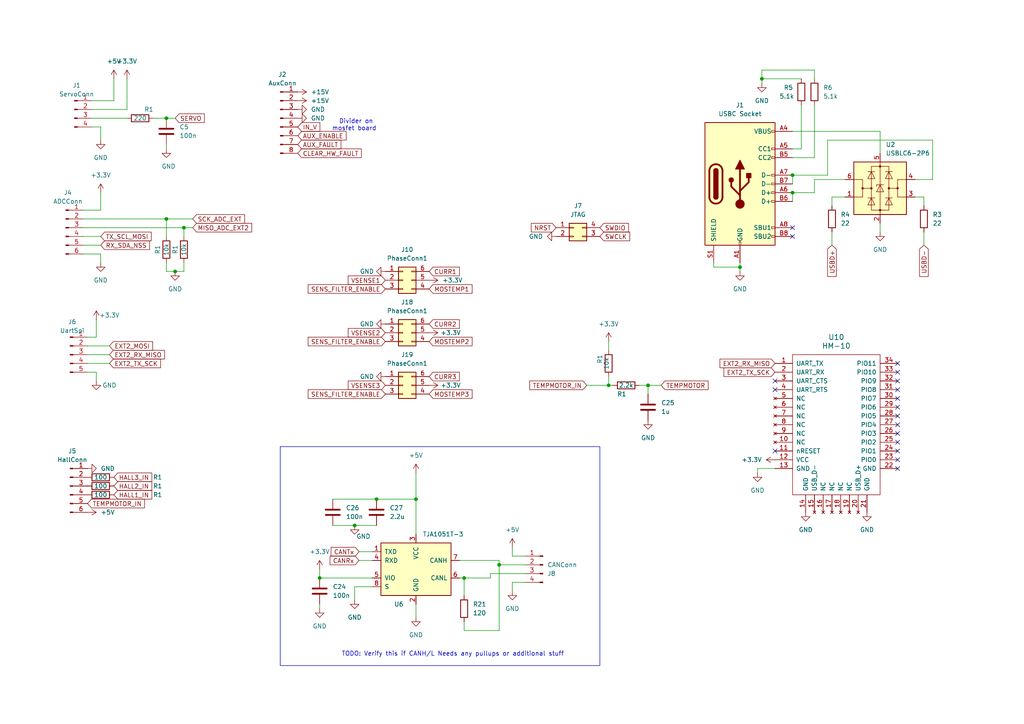
<source format=kicad_sch>
(kicad_sch (version 20230121) (generator eeschema)
  (paper "A4")
  (lib_symbols
    (symbol "Connector:Conn_01x04_Pin" (pin_names (offset 1.016) hide)
      (property "Reference" "J" (at 0 5.08 0))
      (property "Value" "Conn_01x04_Pin" (at 0 -7.62 0))
      (symbol "Conn_01x04_Pin_1_1"
        (polyline (pts (xy 1.27 -5.08) (xy 0.8636 -5.08)) (stroke (width 0.1524)))
        (polyline (pts (xy 1.27 -2.54) (xy 0.8636 -2.54)) (stroke (width 0.1524)))
        (polyline (pts (xy 1.27 0) (xy 0.8636 0)) (stroke (width 0.1524)))
        (polyline (pts (xy 1.27 2.54) (xy 0.8636 2.54)) (stroke (width 0.1524)))
        (rectangle (start 0.8636 -4.953) (end 0 -5.207) (stroke (width 0.1524)) (fill (type outline)))
        (rectangle (start 0.8636 -2.413) (end 0 -2.667) (stroke (width 0.1524)) (fill (type outline)))
        (rectangle (start 0.8636 0.127) (end 0 -0.127) (stroke (width 0.1524)) (fill (type outline)))
        (rectangle (start 0.8636 2.667) (end 0 2.413) (stroke (width 0.1524)) (fill (type outline)))
        (pin passive line (at 5.08 2.54 180) (length 3.81) (name "Pin_1") (number "1"))
        (pin passive line (at 5.08 0 180) (length 3.81) (name "Pin_2") (number "2"))
        (pin passive line (at 5.08 -2.54 180) (length 3.81) (name "Pin_3") (number "3"))
        (pin passive line (at 5.08 -5.08 180) (length 3.81) (name "Pin_4") (number "4"))
      )
    )
    (symbol "Connector:Conn_01x05_Pin" (pin_names (offset 1.016) hide)
      (property "Reference" "J" (at 0 7.62 0))
      (property "Value" "Conn_01x05_Pin" (at 0 -7.62 0))
      (symbol "Conn_01x05_Pin_1_1"
        (polyline (pts (xy 1.27 -5.08) (xy 0.8636 -5.08)) (stroke (width 0.1524)))
        (polyline (pts (xy 1.27 -2.54) (xy 0.8636 -2.54)) (stroke (width 0.1524)))
        (polyline (pts (xy 1.27 0) (xy 0.8636 0)) (stroke (width 0.1524)))
        (polyline (pts (xy 1.27 2.54) (xy 0.8636 2.54)) (stroke (width 0.1524)))
        (polyline (pts (xy 1.27 5.08) (xy 0.8636 5.08)) (stroke (width 0.1524)))
        (rectangle (start 0.8636 -4.953) (end 0 -5.207) (stroke (width 0.1524)) (fill (type outline)))
        (rectangle (start 0.8636 -2.413) (end 0 -2.667) (stroke (width 0.1524)) (fill (type outline)))
        (rectangle (start 0.8636 0.127) (end 0 -0.127) (stroke (width 0.1524)) (fill (type outline)))
        (rectangle (start 0.8636 2.667) (end 0 2.413) (stroke (width 0.1524)) (fill (type outline)))
        (rectangle (start 0.8636 5.207) (end 0 4.953) (stroke (width 0.1524)) (fill (type outline)))
        (pin passive line (at 5.08 5.08 180) (length 3.81) (name "Pin_1") (number "1"))
        (pin passive line (at 5.08 2.54 180) (length 3.81) (name "Pin_2") (number "2"))
        (pin passive line (at 5.08 0 180) (length 3.81) (name "Pin_3") (number "3"))
        (pin passive line (at 5.08 -2.54 180) (length 3.81) (name "Pin_4") (number "4"))
        (pin passive line (at 5.08 -5.08 180) (length 3.81) (name "Pin_5") (number "5"))
      )
    )
    (symbol "Connector:Conn_01x06_Pin" (pin_names (offset 1.016) hide)
      (property "Reference" "J" (at 0 7.62 0))
      (property "Value" "Conn_01x06_Pin" (at 0 -10.16 0))
      (symbol "Conn_01x06_Pin_1_1"
        (polyline (pts (xy 1.27 -7.62) (xy 0.8636 -7.62)) (stroke (width 0.1524)))
        (polyline (pts (xy 1.27 -5.08) (xy 0.8636 -5.08)) (stroke (width 0.1524)))
        (polyline (pts (xy 1.27 -2.54) (xy 0.8636 -2.54)) (stroke (width 0.1524)))
        (polyline (pts (xy 1.27 0) (xy 0.8636 0)) (stroke (width 0.1524)))
        (polyline (pts (xy 1.27 2.54) (xy 0.8636 2.54)) (stroke (width 0.1524)))
        (polyline (pts (xy 1.27 5.08) (xy 0.8636 5.08)) (stroke (width 0.1524)))
        (rectangle (start 0.8636 -7.493) (end 0 -7.747) (stroke (width 0.1524)) (fill (type outline)))
        (rectangle (start 0.8636 -4.953) (end 0 -5.207) (stroke (width 0.1524)) (fill (type outline)))
        (rectangle (start 0.8636 -2.413) (end 0 -2.667) (stroke (width 0.1524)) (fill (type outline)))
        (rectangle (start 0.8636 0.127) (end 0 -0.127) (stroke (width 0.1524)) (fill (type outline)))
        (rectangle (start 0.8636 2.667) (end 0 2.413) (stroke (width 0.1524)) (fill (type outline)))
        (rectangle (start 0.8636 5.207) (end 0 4.953) (stroke (width 0.1524)) (fill (type outline)))
        (pin passive line (at 5.08 5.08 180) (length 3.81) (name "Pin_1") (number "1"))
        (pin passive line (at 5.08 2.54 180) (length 3.81) (name "Pin_2") (number "2"))
        (pin passive line (at 5.08 0 180) (length 3.81) (name "Pin_3") (number "3"))
        (pin passive line (at 5.08 -2.54 180) (length 3.81) (name "Pin_4") (number "4"))
        (pin passive line (at 5.08 -5.08 180) (length 3.81) (name "Pin_5") (number "5"))
        (pin passive line (at 5.08 -7.62 180) (length 3.81) (name "Pin_6") (number "6"))
      )
    )
    (symbol "Connector:Conn_01x08_Pin" (pin_names (offset 1.016) hide)
      (property "Reference" "J" (at 0 10.16 0))
      (property "Value" "Conn_01x08_Pin" (at 0 -12.7 0))
      (symbol "Conn_01x08_Pin_1_1"
        (polyline (pts (xy 1.27 -10.16) (xy 0.8636 -10.16)) (stroke (width 0.1524)))
        (polyline (pts (xy 1.27 -7.62) (xy 0.8636 -7.62)) (stroke (width 0.1524)))
        (polyline (pts (xy 1.27 -5.08) (xy 0.8636 -5.08)) (stroke (width 0.1524)))
        (polyline (pts (xy 1.27 -2.54) (xy 0.8636 -2.54)) (stroke (width 0.1524)))
        (polyline (pts (xy 1.27 0) (xy 0.8636 0)) (stroke (width 0.1524)))
        (polyline (pts (xy 1.27 2.54) (xy 0.8636 2.54)) (stroke (width 0.1524)))
        (polyline (pts (xy 1.27 5.08) (xy 0.8636 5.08)) (stroke (width 0.1524)))
        (polyline (pts (xy 1.27 7.62) (xy 0.8636 7.62)) (stroke (width 0.1524)))
        (rectangle (start 0.8636 -10.033) (end 0 -10.287) (stroke (width 0.1524)) (fill (type outline)))
        (rectangle (start 0.8636 -7.493) (end 0 -7.747) (stroke (width 0.1524)) (fill (type outline)))
        (rectangle (start 0.8636 -4.953) (end 0 -5.207) (stroke (width 0.1524)) (fill (type outline)))
        (rectangle (start 0.8636 -2.413) (end 0 -2.667) (stroke (width 0.1524)) (fill (type outline)))
        (rectangle (start 0.8636 0.127) (end 0 -0.127) (stroke (width 0.1524)) (fill (type outline)))
        (rectangle (start 0.8636 2.667) (end 0 2.413) (stroke (width 0.1524)) (fill (type outline)))
        (rectangle (start 0.8636 5.207) (end 0 4.953) (stroke (width 0.1524)) (fill (type outline)))
        (rectangle (start 0.8636 7.747) (end 0 7.493) (stroke (width 0.1524)) (fill (type outline)))
        (pin passive line (at 5.08 7.62 180) (length 3.81) (name "Pin_1") (number "1"))
        (pin passive line (at 5.08 5.08 180) (length 3.81) (name "Pin_2") (number "2"))
        (pin passive line (at 5.08 2.54 180) (length 3.81) (name "Pin_3") (number "3"))
        (pin passive line (at 5.08 0 180) (length 3.81) (name "Pin_4") (number "4"))
        (pin passive line (at 5.08 -2.54 180) (length 3.81) (name "Pin_5") (number "5"))
        (pin passive line (at 5.08 -5.08 180) (length 3.81) (name "Pin_6") (number "6"))
        (pin passive line (at 5.08 -7.62 180) (length 3.81) (name "Pin_7") (number "7"))
        (pin passive line (at 5.08 -10.16 180) (length 3.81) (name "Pin_8") (number "8"))
      )
    )
    (symbol "Connector:USB_C_Receptacle_USB2.0" (pin_names (offset 1.016))
      (property "Reference" "J" (at -10.16 19.05 0))
      (property "Value" "USB_C_Receptacle_USB2.0" (at 19.05 19.05 0))
      (symbol "USB_C_Receptacle_USB2.0_0_0"
        (rectangle (start -0.254 -17.78) (end 0.254 -16.764))
        (rectangle (start 10.16 -14.986) (end 9.144 -15.494))
        (rectangle (start 10.16 -12.446) (end 9.144 -12.954))
        (rectangle (start 10.16 -4.826) (end 9.144 -5.334))
        (rectangle (start 10.16 -2.286) (end 9.144 -2.794))
        (rectangle (start 10.16 0.254) (end 9.144 -0.254))
        (rectangle (start 10.16 2.794) (end 9.144 2.286))
        (rectangle (start 10.16 7.874) (end 9.144 7.366))
        (rectangle (start 10.16 10.414) (end 9.144 9.906))
        (rectangle (start 10.16 15.494) (end 9.144 14.986))
      )
      (symbol "USB_C_Receptacle_USB2.0_0_1"
        (rectangle (start -10.16 17.78) (end 10.16 -17.78) (stroke (width 0.254)) (fill (type background)))
        (arc (start -8.89 -3.81) (mid -6.985 -5.7067) (end -5.08 -3.81) (stroke (width 0.508)))
        (arc (start -7.62 -3.81) (mid -6.985 -4.4423) (end -6.35 -3.81) (stroke (width 0.254)))
        (arc (start -7.62 -3.81) (mid -6.985 -4.4423) (end -6.35 -3.81) (stroke (width 0.254)) (fill (type outline)))
        (rectangle (start -7.62 -3.81) (end -6.35 3.81) (stroke (width 0.254)) (fill (type outline)))
        (arc (start -6.35 3.81) (mid -6.985 4.4423) (end -7.62 3.81) (stroke (width 0.254)))
        (arc (start -6.35 3.81) (mid -6.985 4.4423) (end -7.62 3.81) (stroke (width 0.254)) (fill (type outline)))
        (arc (start -5.08 3.81) (mid -6.985 5.7067) (end -8.89 3.81) (stroke (width 0.508)))
        (circle (center -2.54 1.143) (radius 0.635) (stroke (width 0.254)) (fill (type outline)))
        (circle (center 0 -5.842) (radius 1.27) (fill (type outline)))
        (polyline (pts (xy -8.89 -3.81) (xy -8.89 3.81)) (stroke (width 0.508)))
        (polyline (pts (xy -5.08 3.81) (xy -5.08 -3.81)) (stroke (width 0.508)))
        (polyline (pts (xy 0 -5.842) (xy 0 4.318)) (stroke (width 0.508)))
        (polyline (pts (xy 0 -3.302) (xy -2.54 -0.762) (xy -2.54 0.508)) (stroke (width 0.508)))
        (polyline (pts (xy 0 -2.032) (xy 2.54 0.508) (xy 2.54 1.778)) (stroke (width 0.508)))
        (polyline (pts (xy -1.27 4.318) (xy 0 6.858) (xy 1.27 4.318) (xy -1.27 4.318)) (stroke (width 0.254)) (fill (type outline)))
        (rectangle (start 1.905 1.778) (end 3.175 3.048) (stroke (width 0.254)) (fill (type outline)))
      )
      (symbol "USB_C_Receptacle_USB2.0_1_1"
        (pin passive line (at 0 -22.86 90) (length 5.08) (name "GND") (number "A1"))
        (pin passive line (at 0 -22.86 90) (length 5.08) hide (name "GND") (number "A12"))
        (pin passive line (at 15.24 15.24 180) (length 5.08) (name "VBUS") (number "A4"))
        (pin bidirectional line (at 15.24 10.16 180) (length 5.08) (name "CC1") (number "A5"))
        (pin bidirectional line (at 15.24 -2.54 180) (length 5.08) (name "D+") (number "A6"))
        (pin bidirectional line (at 15.24 2.54 180) (length 5.08) (name "D-") (number "A7"))
        (pin bidirectional line (at 15.24 -12.7 180) (length 5.08) (name "SBU1") (number "A8"))
        (pin passive line (at 15.24 15.24 180) (length 5.08) hide (name "VBUS") (number "A9"))
        (pin passive line (at 0 -22.86 90) (length 5.08) hide (name "GND") (number "B1"))
        (pin passive line (at 0 -22.86 90) (length 5.08) hide (name "GND") (number "B12"))
        (pin passive line (at 15.24 15.24 180) (length 5.08) hide (name "VBUS") (number "B4"))
        (pin bidirectional line (at 15.24 7.62 180) (length 5.08) (name "CC2") (number "B5"))
        (pin bidirectional line (at 15.24 -5.08 180) (length 5.08) (name "D+") (number "B6"))
        (pin bidirectional line (at 15.24 0 180) (length 5.08) (name "D-") (number "B7"))
        (pin bidirectional line (at 15.24 -15.24 180) (length 5.08) (name "SBU2") (number "B8"))
        (pin passive line (at 15.24 15.24 180) (length 5.08) hide (name "VBUS") (number "B9"))
        (pin passive line (at -7.62 -22.86 90) (length 5.08) (name "SHIELD") (number "S1"))
      )
    )
    (symbol "Connector_Generic:Conn_02x02_Counter_Clockwise" (pin_names (offset 1.016) hide)
      (property "Reference" "J" (at 1.27 2.54 0))
      (property "Value" "Conn_02x02_Counter_Clockwise" (at 1.27 -5.08 0))
      (symbol "Conn_02x02_Counter_Clockwise_1_1"
        (rectangle (start -1.27 -2.413) (end 0 -2.667) (stroke (width 0.1524)))
        (rectangle (start -1.27 0.127) (end 0 -0.127) (stroke (width 0.1524)))
        (rectangle (start -1.27 1.27) (end 3.81 -3.81) (stroke (width 0.254)) (fill (type background)))
        (rectangle (start 3.81 -2.413) (end 2.54 -2.667) (stroke (width 0.1524)))
        (rectangle (start 3.81 0.127) (end 2.54 -0.127) (stroke (width 0.1524)))
        (pin passive line (at -5.08 0 0) (length 3.81) (name "Pin_1") (number "1"))
        (pin passive line (at -5.08 -2.54 0) (length 3.81) (name "Pin_2") (number "2"))
        (pin passive line (at 7.62 -2.54 180) (length 3.81) (name "Pin_3") (number "3"))
        (pin passive line (at 7.62 0 180) (length 3.81) (name "Pin_4") (number "4"))
      )
    )
    (symbol "Connector_Generic:Conn_02x03_Counter_Clockwise" (pin_names (offset 1.016) hide)
      (property "Reference" "J" (at 1.27 5.08 0))
      (property "Value" "Conn_02x03_Counter_Clockwise" (at 1.27 -5.08 0))
      (symbol "Conn_02x03_Counter_Clockwise_1_1"
        (rectangle (start -1.27 -2.413) (end 0 -2.667) (stroke (width 0.1524)))
        (rectangle (start -1.27 0.127) (end 0 -0.127) (stroke (width 0.1524)))
        (rectangle (start -1.27 2.667) (end 0 2.413) (stroke (width 0.1524)))
        (rectangle (start -1.27 3.81) (end 3.81 -3.81) (stroke (width 0.254)) (fill (type background)))
        (rectangle (start 3.81 -2.413) (end 2.54 -2.667) (stroke (width 0.1524)))
        (rectangle (start 3.81 0.127) (end 2.54 -0.127) (stroke (width 0.1524)))
        (rectangle (start 3.81 2.667) (end 2.54 2.413) (stroke (width 0.1524)))
        (pin passive line (at -5.08 2.54 0) (length 3.81) (name "Pin_1") (number "1"))
        (pin passive line (at -5.08 0 0) (length 3.81) (name "Pin_2") (number "2"))
        (pin passive line (at -5.08 -2.54 0) (length 3.81) (name "Pin_3") (number "3"))
        (pin passive line (at 7.62 -2.54 180) (length 3.81) (name "Pin_4") (number "4"))
        (pin passive line (at 7.62 0 180) (length 3.81) (name "Pin_5") (number "5"))
        (pin passive line (at 7.62 2.54 180) (length 3.81) (name "Pin_6") (number "6"))
      )
    )
    (symbol "Device:C" (pin_numbers hide) (pin_names (offset 0.254))
      (property "Reference" "C" (at 0.635 2.54 0))
      (property "Value" "C" (at 0.635 -2.54 0))
      (symbol "C_0_1"
        (polyline (pts (xy -2.032 -0.762) (xy 2.032 -0.762)) (stroke (width 0.508)))
        (polyline (pts (xy -2.032 0.762) (xy 2.032 0.762)) (stroke (width 0.508)))
      )
      (symbol "C_1_1"
        (pin passive line (at 0 3.81 270) (length 2.794) (name "~") (number "1"))
        (pin passive line (at 0 -3.81 90) (length 2.794) (name "~") (number "2"))
      )
    )
    (symbol "Device:R" (pin_numbers hide) (pin_names (offset 0))
      (property "Reference" "R" (at 2.032 0 90))
      (property "Value" "R" (at 0 0 90))
      (symbol "R_0_1"
        (rectangle (start -1.016 -2.54) (end 1.016 2.54) (stroke (width 0.254)))
      )
      (symbol "R_1_1"
        (pin passive line (at 0 3.81 270) (length 1.27) (name "~") (number "1"))
        (pin passive line (at 0 -3.81 90) (length 1.27) (name "~") (number "2"))
      )
    )
    (symbol "GigaVescSymbols:HM-10" (pin_names (offset 1.016))
      (property "Reference" "U" (at -1.27 6.35 0))
      (property "Value" "HM-10" (at -1.27 2.54 0))
      (symbol "HM-10_0_1"
        (rectangle (start -13.97 21.59) (end 11.43 -19.05))
      )
      (symbol "HM-10_1_1"
        (pin output line (at -19.05 19.05 0) (length 5.08) (name "UART_TX") (number "1"))
        (pin no_connect line (at -19.05 -3.81 0) (length 5.08) (name "NC") (number "10"))
        (pin input line (at -19.05 -6.35 0) (length 5.08) (name "nRESET") (number "11"))
        (pin power_in line (at -19.05 -8.89 0) (length 5.08) (name "VCC") (number "12"))
        (pin passive line (at -19.05 -11.43 0) (length 5.08) (name "GND") (number "13"))
        (pin passive line (at -10.16 -24.13 90) (length 5.08) (name "GND") (number "14"))
        (pin no_connect line (at -7.62 -24.13 90) (length 5.08) (name "USB_D-") (number "15"))
        (pin no_connect line (at -5.08 -24.13 90) (length 5.08) (name "NC") (number "16"))
        (pin no_connect line (at -2.54 -24.13 90) (length 5.08) (name "NC") (number "17"))
        (pin no_connect line (at 0 -24.13 90) (length 5.08) (name "NC") (number "18"))
        (pin no_connect line (at 2.54 -24.13 90) (length 5.08) (name "NC") (number "19"))
        (pin input line (at -19.05 16.51 0) (length 5.08) (name "UART_RX") (number "2"))
        (pin no_connect line (at 5.08 -24.13 90) (length 5.08) (name "USB_D+") (number "20"))
        (pin passive line (at 7.62 -24.13 90) (length 5.08) (name "GND") (number "21"))
        (pin passive line (at 16.51 -11.43 180) (length 5.08) (name "GND") (number "22"))
        (pin input line (at 16.51 -8.89 180) (length 5.08) (name "PIO0") (number "23"))
        (pin bidirectional line (at 16.51 -6.35 180) (length 5.08) (name "PIO1") (number "24"))
        (pin bidirectional line (at 16.51 -3.81 180) (length 5.08) (name "PIO2") (number "25"))
        (pin bidirectional line (at 16.51 -1.27 180) (length 5.08) (name "PIO3") (number "26"))
        (pin bidirectional line (at 16.51 1.27 180) (length 5.08) (name "PIO4") (number "27"))
        (pin bidirectional line (at 16.51 3.81 180) (length 5.08) (name "PIO5") (number "28"))
        (pin bidirectional line (at 16.51 6.35 180) (length 5.08) (name "PIO6") (number "29"))
        (pin input line (at -19.05 13.97 0) (length 5.08) (name "UART_CTS") (number "3"))
        (pin bidirectional line (at 16.51 8.89 180) (length 5.08) (name "PIO7") (number "30"))
        (pin bidirectional line (at 16.51 11.43 180) (length 5.08) (name "PIO8") (number "31"))
        (pin bidirectional line (at 16.51 13.97 180) (length 5.08) (name "PIO9") (number "32"))
        (pin bidirectional line (at 16.51 16.51 180) (length 5.08) (name "PIO10") (number "33"))
        (pin bidirectional line (at 16.51 19.05 180) (length 5.08) (name "PIO11") (number "34"))
        (pin input line (at -19.05 11.43 0) (length 5.08) (name "UART_RTS") (number "4"))
        (pin no_connect line (at -19.05 8.89 0) (length 5.08) (name "NC") (number "5"))
        (pin no_connect line (at -19.05 6.35 0) (length 5.08) (name "NC") (number "6"))
        (pin no_connect line (at -19.05 3.81 0) (length 5.08) (name "NC") (number "7"))
        (pin no_connect line (at -19.05 1.27 0) (length 5.08) (name "NC") (number "8"))
        (pin no_connect line (at -19.05 -1.27 0) (length 5.08) (name "NC") (number "9"))
      )
    )
    (symbol "Interface_CAN_LIN:TJA1051T-3" (pin_names (offset 1.016))
      (property "Reference" "U" (at -10.16 8.89 0))
      (property "Value" "TJA1051T-3" (at 1.27 8.89 0))
      (symbol "TJA1051T-3_0_1"
        (rectangle (start -10.16 7.62) (end 10.16 -7.62) (stroke (width 0.254)) (fill (type background)))
      )
      (symbol "TJA1051T-3_1_1"
        (pin input line (at -12.7 5.08 0) (length 2.54) (name "TXD") (number "1"))
        (pin power_in line (at 0 -10.16 90) (length 2.54) (name "GND") (number "2"))
        (pin power_in line (at 0 10.16 270) (length 2.54) (name "VCC") (number "3"))
        (pin output line (at -12.7 2.54 0) (length 2.54) (name "RXD") (number "4"))
        (pin power_in line (at -12.7 -2.54 0) (length 2.54) (name "VIO") (number "5"))
        (pin bidirectional line (at 12.7 -2.54 180) (length 2.54) (name "CANL") (number "6"))
        (pin bidirectional line (at 12.7 2.54 180) (length 2.54) (name "CANH") (number "7"))
        (pin input line (at -12.7 -5.08 0) (length 2.54) (name "S") (number "8"))
      )
    )
    (symbol "Power_Protection:USBLC6-2P6" (pin_names hide)
      (property "Reference" "U" (at 2.54 8.89 0))
      (property "Value" "USBLC6-2P6" (at 2.54 -8.89 0))
      (symbol "USBLC6-2P6_0_1"
        (rectangle (start -7.62 -7.62) (end 7.62 7.62) (stroke (width 0.254)) (fill (type background)))
        (circle (center -5.08 0) (radius 0.254) (fill (type outline)))
        (circle (center -2.54 0) (radius 0.254) (fill (type outline)))
        (rectangle (start -2.54 6.35) (end 2.54 -6.35))
        (circle (center 0 -6.35) (radius 0.254) (fill (type outline)))
        (polyline (pts (xy -5.08 -2.54) (xy -7.62 -2.54)))
        (polyline (pts (xy -5.08 0) (xy -5.08 -2.54)))
        (polyline (pts (xy -5.08 2.54) (xy -7.62 2.54)))
        (polyline (pts (xy -1.524 -2.794) (xy -3.556 -2.794)))
        (polyline (pts (xy -1.524 4.826) (xy -3.556 4.826)))
        (polyline (pts (xy 0 -7.62) (xy 0 -6.35)))
        (polyline (pts (xy 0 -6.35) (xy 0 1.27)))
        (polyline (pts (xy 0 1.27) (xy 0 6.35)))
        (polyline (pts (xy 0 6.35) (xy 0 7.62)))
        (polyline (pts (xy 1.524 -2.794) (xy 3.556 -2.794)))
        (polyline (pts (xy 1.524 4.826) (xy 3.556 4.826)))
        (polyline (pts (xy 5.08 -2.54) (xy 7.62 -2.54)))
        (polyline (pts (xy 5.08 0) (xy 5.08 -2.54)))
        (polyline (pts (xy 5.08 2.54) (xy 7.62 2.54)))
        (polyline (pts (xy -2.54 0) (xy -5.08 0) (xy -5.08 2.54)))
        (polyline (pts (xy 2.54 0) (xy 5.08 0) (xy 5.08 2.54)))
        (polyline (pts (xy -3.556 -4.826) (xy -1.524 -4.826) (xy -2.54 -2.794) (xy -3.556 -4.826)))
        (polyline (pts (xy -3.556 2.794) (xy -1.524 2.794) (xy -2.54 4.826) (xy -3.556 2.794)))
        (polyline (pts (xy -1.016 -1.016) (xy 1.016 -1.016) (xy 0 1.016) (xy -1.016 -1.016)))
        (polyline (pts (xy 1.016 1.016) (xy 0.762 1.016) (xy -1.016 1.016) (xy -1.016 0.508)))
        (polyline (pts (xy 3.556 -4.826) (xy 1.524 -4.826) (xy 2.54 -2.794) (xy 3.556 -4.826)))
        (polyline (pts (xy 3.556 2.794) (xy 1.524 2.794) (xy 2.54 4.826) (xy 3.556 2.794)))
        (circle (center 0 6.35) (radius 0.254) (fill (type outline)))
        (circle (center 2.54 0) (radius 0.254) (fill (type outline)))
        (circle (center 5.08 0) (radius 0.254) (fill (type outline)))
      )
      (symbol "USBLC6-2P6_1_1"
        (pin passive line (at -10.16 -2.54 0) (length 2.54) (name "I/O1") (number "1"))
        (pin passive line (at 0 -10.16 90) (length 2.54) (name "GND") (number "2"))
        (pin passive line (at 10.16 -2.54 180) (length 2.54) (name "I/O2") (number "3"))
        (pin passive line (at 10.16 2.54 180) (length 2.54) (name "I/O2") (number "4"))
        (pin passive line (at 0 10.16 270) (length 2.54) (name "VBUS") (number "5"))
        (pin passive line (at -10.16 2.54 0) (length 2.54) (name "I/O1") (number "6"))
      )
    )
    (symbol "power:+15V" (power) (pin_names (offset 0))
      (property "Value" "+15V" (at 0 3.556 0))
      (symbol "+15V_0_1"
        (polyline (pts (xy -0.762 1.27) (xy 0 2.54)))
        (polyline (pts (xy 0 0) (xy 0 2.54)))
        (polyline (pts (xy 0 2.54) (xy 0.762 1.27)))
      )
      (symbol "+15V_1_1"
        (pin power_in line (at 0 0 90) (length 0) hide (name "+15V") (number "1"))
      )
    )
    (symbol "power:+3.3V" (power) (pin_names (offset 0))
      (property "Value" "+3.3V" (at 0 3.556 0))
      (symbol "+3.3V_0_1"
        (polyline (pts (xy -0.762 1.27) (xy 0 2.54)))
        (polyline (pts (xy 0 0) (xy 0 2.54)))
        (polyline (pts (xy 0 2.54) (xy 0.762 1.27)))
      )
      (symbol "+3.3V_1_1"
        (pin power_in line (at 0 0 90) (length 0) hide (name "+3.3V") (number "1"))
      )
    )
    (symbol "power:+5V" (power) (pin_names (offset 0))
      (property "Value" "+5V" (at 0 3.556 0))
      (symbol "+5V_0_1"
        (polyline (pts (xy -0.762 1.27) (xy 0 2.54)))
        (polyline (pts (xy 0 0) (xy 0 2.54)))
        (polyline (pts (xy 0 2.54) (xy 0.762 1.27)))
      )
      (symbol "+5V_1_1"
        (pin power_in line (at 0 0 90) (length 0) hide (name "+5V") (number "1"))
      )
    )
    (symbol "power:GND" (power) (pin_names (offset 0))
      (property "Value" "GND" (at 0 -3.81 0))
      (symbol "GND_0_1"
        (polyline (pts (xy 0 0) (xy 0 -1.27) (xy 1.27 -1.27) (xy 0 -2.54) (xy -1.27 -1.27) (xy 0 -1.27)))
      )
      (symbol "GND_1_1"
        (pin power_in line (at 0 0 270) (length 0) hide (name "GND") (number "1"))
      )
    )
  )
  (junction (at 92.71 167.64))
  (junction (at 102.87 152.4))
  (junction (at 48.26 63.5))
  (junction (at 229.87 50.8))
  (junction (at 176.53 111.76))
  (junction (at 187.96 111.76))
  (junction (at 120.65 144.78))
  (junction (at 134.62 167.64))
  (junction (at 50.8 78.74))
  (junction (at 214.63 77.47))
  (junction (at 220.98 22.86))
  (junction (at 48.26 34.29))
  (junction (at 53.34 66.04))
  (junction (at 109.22 144.78))
  (junction (at 144.78 163.83))
  (junction (at 229.87 55.88))
  (no_connect (at 260.35 133.35))
  (no_connect (at 260.35 118.11))
  (no_connect (at 260.35 128.27))
  (no_connect (at 260.35 130.81))
  (no_connect (at 224.79 110.49))
  (no_connect (at 260.35 125.73))
  (no_connect (at 260.35 110.49))
  (no_connect (at 260.35 120.65))
  (no_connect (at 224.79 130.81))
  (no_connect (at 260.35 107.95))
  (no_connect (at 260.35 105.41))
  (no_connect (at 260.35 115.57))
  (no_connect (at 229.87 68.58))
  (no_connect (at 260.35 113.03))
  (no_connect (at 260.35 135.89))
  (no_connect (at 229.87 66.04))
  (no_connect (at 224.79 113.03))
  (no_connect (at 260.35 123.19))
  (wire (pts (xy 48.26 34.29) (xy 50.8 34.29)))
  (wire (pts (xy 120.65 137.16) (xy 120.65 144.78)))
  (wire (pts (xy 214.63 77.47) (xy 214.63 78.74)))
  (wire (pts (xy 236.22 52.07) (xy 236.22 55.88)))
  (wire (pts (xy 176.53 111.76) (xy 177.8 111.76)))
  (wire (pts (xy 92.71 165.1) (xy 92.71 167.64)))
  (wire (pts (xy 27.94 97.79) (xy 27.94 92.71)))
  (wire (pts (xy 134.62 167.64) (xy 142.24 167.64)))
  (wire (pts (xy 48.26 78.74) (xy 50.8 78.74)))
  (wire (pts (xy 25.4 105.41) (xy 31.75 105.41)))
  (wire (pts (xy 270.51 52.07) (xy 270.51 40.64)))
  (wire (pts (xy 240.03 40.64) (xy 240.03 50.8)))
  (wire (pts (xy 170.18 111.76) (xy 176.53 111.76)))
  (wire (pts (xy 134.62 182.88) (xy 144.78 182.88)))
  (wire (pts (xy 236.22 20.32) (xy 220.98 20.32)))
  (wire (pts (xy 120.65 175.26) (xy 120.65 179.07)))
  (wire (pts (xy 25.4 100.33) (xy 31.75 100.33)))
  (wire (pts (xy 255.27 38.1) (xy 229.87 38.1)))
  (wire (pts (xy 53.34 66.04) (xy 53.34 68.58)))
  (wire (pts (xy 29.21 73.66) (xy 29.21 76.2)))
  (wire (pts (xy 120.65 144.78) (xy 120.65 154.94)))
  (wire (pts (xy 241.3 57.15) (xy 241.3 59.69)))
  (wire (pts (xy 236.22 22.86) (xy 236.22 20.32)))
  (wire (pts (xy 229.87 45.72) (xy 236.22 45.72)))
  (wire (pts (xy 133.35 167.64) (xy 134.62 167.64)))
  (wire (pts (xy 24.13 73.66) (xy 29.21 73.66)))
  (wire (pts (xy 176.53 109.22) (xy 176.53 111.76)))
  (wire (pts (xy 265.43 52.07) (xy 270.51 52.07)))
  (wire (pts (xy 29.21 36.83) (xy 29.21 40.64)))
  (wire (pts (xy 229.87 43.18) (xy 232.41 43.18)))
  (wire (pts (xy 24.13 68.58) (xy 29.21 68.58)))
  (wire (pts (xy 48.26 63.5) (xy 48.26 68.58)))
  (wire (pts (xy 26.67 31.75) (xy 36.83 31.75)))
  (wire (pts (xy 134.62 167.64) (xy 134.62 172.72)))
  (wire (pts (xy 24.13 66.04) (xy 53.34 66.04)))
  (wire (pts (xy 48.26 63.5) (xy 55.88 63.5)))
  (wire (pts (xy 142.24 166.37) (xy 142.24 167.64)))
  (wire (pts (xy 220.98 20.32) (xy 220.98 22.86)))
  (wire (pts (xy 24.13 71.12) (xy 29.21 71.12)))
  (wire (pts (xy 267.97 67.31) (xy 267.97 71.12)))
  (wire (pts (xy 33.02 29.21) (xy 33.02 22.86)))
  (wire (pts (xy 241.3 67.31) (xy 241.3 71.12)))
  (wire (pts (xy 27.94 107.95) (xy 25.4 107.95)))
  (wire (pts (xy 176.53 99.06) (xy 176.53 101.6)))
  (wire (pts (xy 229.87 55.88) (xy 229.87 58.42)))
  (wire (pts (xy 236.22 45.72) (xy 236.22 30.48)))
  (wire (pts (xy 25.4 102.87) (xy 31.75 102.87)))
  (wire (pts (xy 152.4 166.37) (xy 142.24 166.37)))
  (wire (pts (xy 185.42 111.76) (xy 187.96 111.76)))
  (wire (pts (xy 152.4 161.29) (xy 148.59 161.29)))
  (wire (pts (xy 255.27 44.45) (xy 255.27 38.1)))
  (wire (pts (xy 144.78 162.56) (xy 144.78 163.83)))
  (wire (pts (xy 104.14 162.56) (xy 107.95 162.56)))
  (wire (pts (xy 152.4 168.91) (xy 148.59 168.91)))
  (wire (pts (xy 267.97 57.15) (xy 267.97 59.69)))
  (wire (pts (xy 229.87 50.8) (xy 229.87 53.34)))
  (wire (pts (xy 109.22 144.78) (xy 120.65 144.78)))
  (wire (pts (xy 26.67 29.21) (xy 33.02 29.21)))
  (wire (pts (xy 187.96 111.76) (xy 191.77 111.76)))
  (wire (pts (xy 133.35 162.56) (xy 144.78 162.56)))
  (wire (pts (xy 36.83 31.75) (xy 36.83 22.86)))
  (wire (pts (xy 92.71 175.26) (xy 92.71 176.53)))
  (wire (pts (xy 207.01 77.47) (xy 214.63 77.47)))
  (wire (pts (xy 96.52 144.78) (xy 109.22 144.78)))
  (wire (pts (xy 26.67 36.83) (xy 29.21 36.83)))
  (wire (pts (xy 240.03 50.8) (xy 229.87 50.8)))
  (wire (pts (xy 270.51 40.64) (xy 240.03 40.64)))
  (wire (pts (xy 104.14 160.02) (xy 107.95 160.02)))
  (wire (pts (xy 107.95 170.18) (xy 102.87 170.18)))
  (wire (pts (xy 144.78 163.83) (xy 152.4 163.83)))
  (wire (pts (xy 53.34 76.2) (xy 53.34 78.74)))
  (wire (pts (xy 48.26 41.91) (xy 48.26 43.18)))
  (wire (pts (xy 148.59 161.29) (xy 148.59 158.75)))
  (wire (pts (xy 267.97 57.15) (xy 265.43 57.15)))
  (wire (pts (xy 26.67 34.29) (xy 36.83 34.29)))
  (wire (pts (xy 134.62 180.34) (xy 134.62 182.88)))
  (wire (pts (xy 29.21 60.96) (xy 29.21 55.88)))
  (wire (pts (xy 232.41 22.86) (xy 220.98 22.86)))
  (wire (pts (xy 245.11 52.07) (xy 236.22 52.07)))
  (wire (pts (xy 24.13 60.96) (xy 29.21 60.96)))
  (wire (pts (xy 96.52 152.4) (xy 102.87 152.4)))
  (wire (pts (xy 48.26 76.2) (xy 48.26 78.74)))
  (wire (pts (xy 232.41 43.18) (xy 232.41 30.48)))
  (wire (pts (xy 224.79 135.89) (xy 219.71 135.89)))
  (wire (pts (xy 25.4 97.79) (xy 27.94 97.79)))
  (wire (pts (xy 207.01 76.2) (xy 207.01 77.47)))
  (wire (pts (xy 245.11 57.15) (xy 241.3 57.15)))
  (wire (pts (xy 144.78 163.83) (xy 144.78 182.88)))
  (wire (pts (xy 53.34 78.74) (xy 50.8 78.74)))
  (wire (pts (xy 24.13 63.5) (xy 48.26 63.5)))
  (wire (pts (xy 187.96 111.76) (xy 187.96 114.3)))
  (wire (pts (xy 236.22 55.88) (xy 229.87 55.88)))
  (wire (pts (xy 255.27 64.77) (xy 255.27 67.31)))
  (wire (pts (xy 102.87 152.4) (xy 109.22 152.4)))
  (wire (pts (xy 219.71 135.89) (xy 219.71 137.16)))
  (wire (pts (xy 220.98 22.86) (xy 220.98 24.13)))
  (wire (pts (xy 44.45 34.29) (xy 48.26 34.29)))
  (wire (pts (xy 102.87 170.18) (xy 102.87 173.99)))
  (wire (pts (xy 148.59 168.91) (xy 148.59 171.45)))
  (wire (pts (xy 27.94 110.49) (xy 27.94 107.95)))
  (wire (pts (xy 92.71 167.64) (xy 107.95 167.64)))
  (wire (pts (xy 214.63 76.2) (xy 214.63 77.47)))
  (wire (pts (xy 53.34 66.04) (xy 55.88 66.04)))
  (rectangle (start 81.28 129.54) (end 173.99 193.04))
  (text "TODO: Verify this if CANH/L Needs any pullups or additional stuff" (at 99.06 190.5 0) (effects (font (size 1.27 1.27)) (justify left bottom)))
  (text "Divider on \nmosfet board" (at 109.22 38.1 0) (effects (font (size 1.27 1.27)) (justify right bottom)))
  (global_label "EXT2_RX_MISO" (shape input) (at 224.79 105.41 180) (property "Intersheetrefs" "${INTERSHEET_REFS}" (effects hide)))
  (global_label "TEMPMOTOR_IN" (shape input) (at 25.4 146.05 0) (property "Intersheetrefs" "${INTERSHEET_REFS}" (effects hide)))
  (global_label "MISO_ADC_EXT2" (shape input) (at 55.88 66.04 0) (property "Intersheetrefs" "${INTERSHEET_REFS}" (effects hide)))
  (global_label "EXT2_MOSI" (shape input) (at 31.75 100.33 0) (property "Intersheetrefs" "${INTERSHEET_REFS}" (effects hide)))
  (global_label "MOSTEMP2" (shape input) (at 124.46 99.06 0) (property "Intersheetrefs" "${INTERSHEET_REFS}" (effects hide)))
  (global_label "SENS_FILTER_ENABLE" (shape input) (at 111.76 83.82 180) (property "Intersheetrefs" "${INTERSHEET_REFS}" (effects hide)))
  (global_label "TX_SCL_MOSI" (shape input) (at 29.21 68.58 0) (property "Intersheetrefs" "${INTERSHEET_REFS}" (effects hide)))
  (global_label "CURR2" (shape input) (at 124.46 93.98 0) (property "Intersheetrefs" "${INTERSHEET_REFS}" (effects hide)))
  (global_label "NRST" (shape input) (at 161.29 66.04 180) (property "Intersheetrefs" "${INTERSHEET_REFS}" (effects hide)))
  (global_label "AUX_FAULT" (shape input) (at 86.36 41.91 0) (property "Intersheetrefs" "${INTERSHEET_REFS}" (effects hide)))
  (global_label "CURR3" (shape input) (at 124.46 109.22 0) (property "Intersheetrefs" "${INTERSHEET_REFS}" (effects hide)))
  (global_label "CURR1" (shape input) (at 124.46 78.74 0) (property "Intersheetrefs" "${INTERSHEET_REFS}" (effects hide)))
  (global_label "MOSTEMP1" (shape input) (at 124.46 83.82 0) (property "Intersheetrefs" "${INTERSHEET_REFS}" (effects hide)))
  (global_label "EXT2_TX_SCK" (shape input) (at 31.75 105.41 0) (property "Intersheetrefs" "${INTERSHEET_REFS}" (effects hide)))
  (global_label "USBD-" (shape input) (at 267.97 71.12 270) (property "Intersheetrefs" "${INTERSHEET_REFS}" (effects hide)))
  (global_label "SWCLK" (shape input) (at 173.99 68.58 0) (property "Intersheetrefs" "${INTERSHEET_REFS}" (effects hide)))
  (global_label "HALL3_IN" (shape input) (at 33.02 138.43 0) (property "Intersheetrefs" "${INTERSHEET_REFS}" (effects hide)))
  (global_label "RX_SDA_NSS" (shape input) (at 29.21 71.12 0) (property "Intersheetrefs" "${INTERSHEET_REFS}" (effects hide)))
  (global_label "CANTx" (shape input) (at 104.14 160.02 180) (property "Intersheetrefs" "${INTERSHEET_REFS}" (effects hide)))
  (global_label "CANRx" (shape input) (at 104.14 162.56 180) (property "Intersheetrefs" "${INTERSHEET_REFS}" (effects hide)))
  (global_label "CLEAR_HW_FAULT" (shape input) (at 86.36 44.45 0) (property "Intersheetrefs" "${INTERSHEET_REFS}" (effects hide)))
  (global_label "SCK_ADC_EXT" (shape input) (at 55.88 63.5 0) (property "Intersheetrefs" "${INTERSHEET_REFS}" (effects hide)))
  (global_label "SENS_FILTER_ENABLE" (shape input) (at 111.76 99.06 180) (property "Intersheetrefs" "${INTERSHEET_REFS}" (effects hide)))
  (global_label "IN_V" (shape input) (at 86.36 36.83 0) (property "Intersheetrefs" "${INTERSHEET_REFS}" (effects hide)))
  (global_label "MOSTEMP3" (shape input) (at 124.46 114.3 0) (property "Intersheetrefs" "${INTERSHEET_REFS}" (effects hide)))
  (global_label "HALL2_IN" (shape input) (at 33.02 140.97 0) (property "Intersheetrefs" "${INTERSHEET_REFS}" (effects hide)))
  (global_label "VSENSE1" (shape input) (at 111.76 81.28 180) (property "Intersheetrefs" "${INTERSHEET_REFS}" (effects hide)))
  (global_label "VSENSE2" (shape input) (at 111.76 96.52 180) (property "Intersheetrefs" "${INTERSHEET_REFS}" (effects hide)))
  (global_label "HALL1_IN" (shape input) (at 33.02 143.51 0) (property "Intersheetrefs" "${INTERSHEET_REFS}" (effects hide)))
  (global_label "EXT2_TX_SCK" (shape input) (at 224.79 107.95 180) (property "Intersheetrefs" "${INTERSHEET_REFS}" (effects hide)))
  (global_label "SWDIO" (shape input) (at 173.99 66.04 0) (property "Intersheetrefs" "${INTERSHEET_REFS}" (effects hide)))
  (global_label "USBD+" (shape input) (at 241.3 71.12 270) (property "Intersheetrefs" "${INTERSHEET_REFS}" (effects hide)))
  (global_label "SERVO" (shape input) (at 50.8 34.29 0) (property "Intersheetrefs" "${INTERSHEET_REFS}" (effects hide)))
  (global_label "TEMPMOTOR_IN" (shape input) (at 170.18 111.76 180) (property "Intersheetrefs" "${INTERSHEET_REFS}" (effects hide)))
  (global_label "EXT2_RX_MISO" (shape input) (at 31.75 102.87 0) (property "Intersheetrefs" "${INTERSHEET_REFS}" (effects hide)))
  (global_label "VSENSE3" (shape input) (at 111.76 111.76 180) (property "Intersheetrefs" "${INTERSHEET_REFS}" (effects hide)))
  (global_label "TEMPMOTOR" (shape input) (at 191.77 111.76 0) (property "Intersheetrefs" "${INTERSHEET_REFS}" (effects hide)))
  (global_label "SENS_FILTER_ENABLE" (shape input) (at 111.76 114.3 180) (property "Intersheetrefs" "${INTERSHEET_REFS}" (effects hide)))
  (global_label "AUX_ENABLE" (shape input) (at 86.36 39.37 0) (property "Intersheetrefs" "${INTERSHEET_REFS}" (effects hide)))
  (symbol (lib_id "power:+5V") (at 120.65 137.16 0) (unit 1)
    (property "Reference" "#PWR053" (effects hide))
    (property "Value" "+5V" (at 120.65 132.08 0))
  )
  (symbol (lib_id "power:GND") (at 102.87 173.99 0) (unit 1)
    (property "Reference" "#PWR010" (effects hide))
    (property "Value" "GND" (at 102.87 179.07 0))
    (instances (project "GigaESC" (path "" (reference "#PWR010") (unit 1)) (path "" (reference "#PWR052") (unit 1))))
  )
  (symbol (lib_id "power:+3.3V") (at 92.71 165.1 0) (unit 1)
    (property "Reference" "#PWR06" (effects hide))
    (property "Value" "+3.3V" (at 92.71 160.02 0))
    (instances (project "GigaESC" (path "" (reference "#PWR06") (unit 1)) (path "" (reference "#PWR047") (unit 1))))
  )
  (symbol (lib_id "Device:R") (at 53.34 72.39 180) (unit 1)
    (property "Reference" "R1" (at 50.8 72.39 90))
    (property "Value" "10k" (at 53.34 72.39 90))
    (property "Footprint" "Resistor_SMD:R_0805_2012Metric" (effects hide))
    (instances (project "GigaESC" (path "" (reference "R1") (unit 1)) (path "" (reference "R15") (unit 1))))
  )
  (symbol (lib_id "power:GND") (at 48.26 43.18 0) (unit 1)
    (property "Reference" "#PWR08" (effects hide))
    (property "Value" "GND" (at 48.895 48.26 0))
    (instances (project "GigaESC" (path "" (reference "#PWR08") (unit 1)) (path "" (reference "#PWR045") (unit 1))))
  )
  (symbol (lib_id "Device:C") (at 48.26 38.1 0) (unit 1)
    (property "Reference" "C5" (at 52.07 36.83 0) (effects (justify left)))
    (property "Value" "100n" (at 52.07 39.37 0) (effects (justify left)))
    (property "Footprint" "Capacitor_SMD:C_0805_2012Metric" (effects hide))
    (instances (project "GigaESC" (path "" (reference "C5") (unit 1)) (path "" (reference "C23") (unit 1))))
  )
  (symbol (lib_id "power:+5V") (at 33.02 22.86 0) (unit 1)
    (property "Reference" "#PWR036" (effects hide))
    (property "Value" "+5V" (at 33.02 17.78 0))
  )
  (symbol (lib_id "Connector:USB_C_Receptacle_USB2.0") (at 214.63 53.34 0) (unit 1)
    (property "Reference" "J1" (at 214.63 30.48 0))
    (property "Value" "USBC Socket" (at 214.63 33.02 0))
    (property "Footprint" "Connector_USB:USB_C_Receptacle_GCT_USB4105-xx-A_16P_TopMnt_Horizontal" (effects hide))
    (property "Datasheet" "https://www.usb.org/sites/default/files/documents/usb_type-c.zip" (effects hide))
    (property "MPN" "C2765186" (effects hide))
    (property "JLCPosOffset" "0,1.27" (effects hide))
    (instances (project "GigaESC" (path "" (reference "J1") (unit 1)) (path "" (reference "J9") (unit 1))))
  )
  (symbol (lib_id "Device:R") (at 40.64 34.29 90) (unit 1)
    (property "Reference" "R1" (at 43.18 31.75 90))
    (property "Value" "220" (at 40.64 34.29 90))
    (property "Footprint" "Resistor_SMD:R_0805_2012Metric" (effects hide))
    (property "MPN" "C17557" (effects hide))
    (instances (project "GigaESC" (path "" (reference "R1") (unit 1)) (path "" (reference "R13") (unit 1))))
  )
  (symbol (lib_id "power:GND") (at 251.46 148.59 0) (unit 1)
    (property "Reference" "#PWR08" (effects hide))
    (property "Value" "GND" (at 251.46 153.67 0))
    (instances (project "GigaESC" (path "" (reference "#PWR08") (unit 1)) (path "" (reference "#PWR0101") (unit 1))))
  )
  (symbol (lib_id "power:GND") (at 120.65 179.07 0) (unit 1)
    (property "Reference" "#PWR010" (effects hide))
    (property "Value" "GND" (at 120.65 184.15 0))
    (instances (project "GigaESC" (path "" (reference "#PWR010") (unit 1)) (path "" (reference "#PWR054") (unit 1))))
  )
  (symbol (lib_id "Device:R") (at 236.22 26.67 0) (unit 1)
    (property "Reference" "R6" (at 238.76 25.4 0) (effects (justify left)))
    (property "Value" "5.1k" (at 238.76 27.94 0) (effects (justify left)))
    (property "Footprint" "Resistor_SMD:R_0805_2012Metric" (effects hide))
    (instances (project "GigaESC" (path "" (reference "R6") (unit 1)) (path "" (reference "R23") (unit 1))))
  )
  (symbol (lib_id "power:GND") (at 92.71 176.53 0) (unit 1)
    (property "Reference" "#PWR010" (effects hide))
    (property "Value" "GND" (at 92.71 181.61 0))
    (instances (project "GigaESC" (path "" (reference "#PWR010") (unit 1)) (path "" (reference "#PWR048") (unit 1))))
  )
  (symbol (lib_id "power:+3.3V") (at 224.79 133.35 90) (unit 1)
    (property "Reference" "#PWR03" (effects hide))
    (property "Value" "+3.3V" (at 220.98 133.35 90) (effects (justify left)))
    (instances (project "GigaESC" (path "" (reference "#PWR03") (unit 1)) (path "" (reference "#PWR096") (unit 1))))
  )
  (symbol (lib_id "power:GND") (at 86.36 31.75 90) (unit 1)
    (property "Reference" "#PWR011" (effects hide))
    (property "Value" "GND" (at 90.17 31.75 90) (effects (justify right)))
    (instances (project "GigaESC" (path "" (reference "#PWR011") (unit 1)) (path "" (reference "#PWR062") (unit 1))))
  )
  (symbol (lib_id "power:+5V") (at 25.4 148.59 270) (unit 1)
    (property "Reference" "#PWR050" (effects hide))
    (property "Value" "+5V" (at 29.21 148.59 90) (effects (justify left)))
  )
  (symbol (lib_id "power:GND") (at 214.63 78.74 0) (unit 1)
    (property "Reference" "#PWR010" (effects hide))
    (property "Value" "GND" (at 214.63 83.82 0))
    (instances (project "GigaESC" (path "" (reference "#PWR010") (unit 1)) (path "" (reference "#PWR063") (unit 1))))
  )
  (symbol (lib_id "Device:C") (at 96.52 148.59 0) (unit 1)
    (property "Reference" "C26" (at 100.33 147.32 0) (effects (justify left)))
    (property "Value" "100n" (at 100.33 149.86 0) (effects (justify left)))
    (property "Footprint" "Capacitor_SMD:C_0805_2012Metric" (effects hide))
  )
  (symbol (lib_id "Device:R") (at 48.26 72.39 180) (unit 1)
    (property "Reference" "R1" (at 45.72 72.39 90))
    (property "Value" "10k" (at 48.26 72.39 90))
    (property "Footprint" "Resistor_SMD:R_0805_2012Metric" (effects hide))
    (instances (project "GigaESC" (path "" (reference "R1") (unit 1)) (path "" (reference "R14") (unit 1))))
  )
  (symbol (lib_id "Connector:Conn_01x05_Pin") (at 20.32 102.87 0) (unit 1)
    (property "Reference" "J6" (at 20.955 93.345 0))
    (property "Value" "UartSpi" (at 20.955 95.885 0))
    (property "Footprint" "Connector_JST:JST_XH_S5B-XH-A_1x05_P2.50mm_Horizontal" (effects hide))
    (property "MPN" "C263757" (effects hide))
    (property "JLCPosOffset" "5,0" (effects hide))
  )
  (symbol (lib_id "power:+15V") (at 86.36 29.21 270) (mirror x) (unit 1)
    (property "Reference" "#PWR056" (effects hide))
    (property "Value" "+15V" (at 90.17 29.21 90) (effects (justify left)))
  )
  (symbol (lib_id "power:GND") (at 111.76 93.98 270) (unit 1)
    (property "Reference" "#PWR056" (effects hide))
    (property "Value" "GND" (at 106.426 93.98 90))
    (instances (project "GigaVescDrivers" (path "" (reference "#PWR056") (unit 1))) (project "GigaESC" (path "" (reference "#PWR0118") (unit 1))))
  )
  (symbol (lib_id "Device:C") (at 92.71 171.45 0) (unit 1)
    (property "Reference" "C24" (at 96.52 170.18 0) (effects (justify left)))
    (property "Value" "100n" (at 96.52 172.72 0) (effects (justify left)))
    (property "Footprint" "Capacitor_SMD:C_0805_2012Metric" (effects hide))
  )
  (symbol (lib_id "Device:R") (at 267.97 63.5 0) (unit 1)
    (property "Reference" "R3" (at 270.51 62.23 0) (effects (justify left)))
    (property "Value" "22" (at 270.51 64.77 0) (effects (justify left)))
    (property "Footprint" "Resistor_SMD:R_0805_2012Metric" (effects hide))
    (instances (project "GigaESC" (path "" (reference "R3") (unit 1)) (path "" (reference "R25") (unit 1))))
  )
  (symbol (lib_id "Power_Protection:USBLC6-2P6") (at 255.27 54.61 0) (unit 1)
    (property "Reference" "U2" (at 256.9211 41.91 0) (effects (justify left)))
    (property "Value" "USBLC6-2P6" (at 256.9211 44.45 0) (effects (justify left)))
    (property "Footprint" "Package_TO_SOT_SMD:SOT-666" (effects hide))
    (property "Datasheet" "https://www.st.com/resource/en/datasheet/usblc6-2.pdf" (effects hide))
    (property "MPN" "C2827693" (effects hide))
    (property "JLCRotOffset" "-90" (effects hide))
    (instances (project "GigaESC" (path "" (reference "U2") (unit 1)) (path "" (reference "U7") (unit 1))))
  )
  (symbol (lib_id "power:GND") (at 29.21 40.64 0) (unit 1)
    (property "Reference" "#PWR08" (effects hide))
    (property "Value" "GND" (at 29.21 45.72 0))
    (instances (project "GigaESC" (path "" (reference "#PWR08") (unit 1)) (path "" (reference "#PWR035") (unit 1))))
  )
  (symbol (lib_id "power:GND") (at 219.71 137.16 0) (unit 1)
    (property "Reference" "#PWR08" (effects hide))
    (property "Value" "GND" (at 219.71 142.24 0))
    (instances (project "GigaESC" (path "" (reference "#PWR08") (unit 1)) (path "" (reference "#PWR081") (unit 1))))
  )
  (symbol (lib_id "power:GND") (at 161.29 68.58 270) (unit 1)
    (property "Reference" "#PWR07" (effects hide))
    (property "Value" "GND" (at 157.48 68.58 90) (effects (justify right)))
    (instances (project "GigaESC" (path "" (reference "#PWR07") (unit 1)) (path "" (reference "#PWR042") (unit 1))))
  )
  (symbol (lib_id "Connector_Generic:Conn_02x02_Counter_Clockwise") (at 166.37 66.04 0) (unit 1)
    (property "Reference" "J7" (at 167.64 59.69 0))
    (property "Value" "JTAG" (at 167.64 62.23 0))
    (property "Footprint" "Connector_PinHeader_2.54mm:PinHeader_2x02_P2.54mm_Vertical_SMD" (effects hide))
    (property "MPN" "C919361" (effects hide))
    (property "JLCRotOffset" "-90" (effects hide))
  )
  (symbol (lib_id "power:GND") (at 27.94 110.49 0) (unit 1)
    (property "Reference" "#PWR08" (effects hide))
    (property "Value" "GND" (at 31.75 111.76 0))
    (instances (project "GigaESC" (path "" (reference "#PWR08") (unit 1)) (path "" (reference "#PWR040") (unit 1))))
  )
  (symbol (lib_id "Device:R") (at 181.61 111.76 90) (unit 1)
    (property "Reference" "R1" (at 180.34 114.3 90))
    (property "Value" "2.2k" (at 181.61 111.76 90))
    (property "Footprint" "Resistor_SMD:R_0805_2012Metric" (effects hide))
    (instances (project "GigaESC" (path "" (reference "R1") (unit 1)) (path "" (reference "R17") (unit 1))))
  )
  (symbol (lib_id "power:+3.3V") (at 176.53 99.06 0) (unit 1)
    (property "Reference" "#PWR03" (effects hide))
    (property "Value" "+3.3V" (at 176.53 93.98 0))
    (instances (project "GigaESC" (path "" (reference "#PWR03") (unit 1)) (path "" (reference "#PWR046") (unit 1))))
  )
  (symbol (lib_id "power:+3.3V") (at 124.46 81.28 270) (unit 1)
    (property "Reference" "#PWR054" (effects hide))
    (property "Value" "+3.3V" (at 128.27 81.28 90) (effects (justify left)))
    (instances (project "GigaVescDrivers" (path "" (reference "#PWR054") (unit 1))) (project "GigaESC" (path "" (reference "#PWR0115") (unit 1))))
  )
  (symbol (lib_id "Interface_CAN_LIN:TJA1051T-3") (at 120.65 165.1 0) (unit 1)
    (property "Reference" "U6" (at 114.3 175.26 0) (effects (justify left)))
    (property "Value" "TJA1051T-3" (at 122.6059 154.94 0) (effects (justify left)))
    (property "Footprint" "Package_SO:SOP-8_3.9x4.9mm_P1.27mm" (effects hide))
    (property "Datasheet" "http://www.nxp.com/documents/data_sheet/TJA1051.pdf" (effects hide))
    (property "MPN" "C5342108" (effects hide))
    (property "JLCRotOffset" "-90" (effects hide))
  )
  (symbol (lib_id "power:+3.3V") (at 27.94 92.71 0) (unit 1)
    (property "Reference" "#PWR03" (effects hide))
    (property "Value" "+3.3V" (at 31.75 91.44 0))
    (instances (project "GigaESC" (path "" (reference "#PWR03") (unit 1)) (path "" (reference "#PWR039") (unit 1))))
  )
  (symbol (lib_id "power:GND") (at 102.87 152.4 0) (unit 1)
    (property "Reference" "#PWR010" (effects hide))
    (property "Value" "GND" (at 105.41 155.575 0))
    (instances (project "GigaESC" (path "" (reference "#PWR010") (unit 1)) (path "" (reference "#PWR037") (unit 1))))
  )
  (symbol (lib_id "power:+15V") (at 86.36 26.67 270) (mirror x) (unit 1)
    (property "Reference" "#PWR083" (effects hide))
    (property "Value" "+15V" (at 90.17 26.67 90) (effects (justify left)))
  )
  (symbol (lib_id "power:GND") (at 255.27 67.31 0) (unit 1)
    (property "Reference" "#PWR09" (effects hide))
    (property "Value" "GND" (at 255.27 72.39 0))
    (instances (project "GigaESC" (path "" (reference "#PWR09") (unit 1)) (path "" (reference "#PWR065") (unit 1))))
  )
  (symbol (lib_id "power:GND") (at 111.76 78.74 270) (unit 1)
    (property "Reference" "#PWR065" (effects hide))
    (property "Value" "GND" (at 106.426 78.74 90))
    (instances (project "GigaVescDrivers" (path "" (reference "#PWR065") (unit 1))) (project "GigaESC" (path "" (reference "#PWR0116") (unit 1))))
  )
  (symbol (lib_id "Connector:Conn_01x08_Pin") (at 81.28 34.29 0) (unit 1)
    (property "Reference" "J2" (at 81.915 21.59 0))
    (property "Value" "AuxConn" (at 81.915 24.13 0))
    (property "Footprint" "Connector_JST:JST_XH_S8B-XH-A_1x08_P2.50mm_Horizontal" (effects hide))
    (property "MPN" "C157914" (effects hide))
    (property "JLCRotOffset" "-180" (effects hide))
    (property "JLCPosOffset" "-8.75,0" (effects hide))
  )
  (symbol (lib_id "power:GND") (at 86.36 34.29 90) (unit 1)
    (property "Reference" "#PWR011" (effects hide))
    (property "Value" "GND" (at 90.17 34.29 90) (effects (justify right)))
    (instances (project "GigaESC" (path "" (reference "#PWR011") (unit 1)) (path "" (reference "#PWR060") (unit 1))))
  )
  (symbol (lib_id "power:GND") (at 148.59 171.45 0) (unit 1)
    (property "Reference" "#PWR010" (effects hide))
    (property "Value" "GND" (at 148.59 176.53 0))
    (instances (project "GigaESC" (path "" (reference "#PWR010") (unit 1)) (path "" (reference "#PWR058") (unit 1))))
  )
  (symbol (lib_id "power:GND") (at 220.98 24.13 0) (unit 1)
    (property "Reference" "#PWR011" (effects hide))
    (property "Value" "GND" (at 220.98 29.21 0))
    (instances (project "GigaESC" (path "" (reference "#PWR011") (unit 1)) (path "" (reference "#PWR064") (unit 1))))
  )
  (symbol (lib_id "Device:R") (at 29.21 138.43 270) (unit 1)
    (property "Reference" "R1" (at 45.72 138.43 90))
    (property "Value" "100" (at 29.21 138.43 90))
    (property "Footprint" "Resistor_SMD:R_0805_2012Metric" (effects hide))
    (instances (project "GigaESC" (path "" (reference "R1") (unit 1)) (path "" (reference "R20") (unit 1))))
  )
  (symbol (lib_id "Device:R") (at 29.21 140.97 270) (unit 1)
    (property "Reference" "R1" (at 45.72 140.97 90))
    (property "Value" "100" (at 29.21 140.97 90))
    (property "Footprint" "Resistor_SMD:R_0805_2012Metric" (effects hide))
    (instances (project "GigaESC" (path "" (reference "R1") (unit 1)) (path "" (reference "R19") (unit 1))))
  )
  (symbol (lib_id "Connector:Conn_01x06_Pin") (at 20.32 140.97 0) (unit 1)
    (property "Reference" "J5" (at 20.955 130.81 0))
    (property "Value" "HallConn" (at 20.955 133.35 0))
    (property "Footprint" "Connector_JST:JST_XH_S6B-XH-A_1x06_P2.50mm_Horizontal" (effects hide))
    (property "MPN" "C157919" (effects hide))
    (property "JLCPosOffset" "-6.25,0" (effects hide))
    (property "JLCRotOffset" "-180" (effects hide))
  )
  (symbol (lib_id "power:+3.3V") (at 29.21 55.88 0) (unit 1)
    (property "Reference" "#PWR03" (effects hide))
    (property "Value" "+3.3V" (at 29.21 50.8 0))
    (instances (project "GigaESC" (path "" (reference "#PWR03") (unit 1)) (path "" (reference "#PWR066") (unit 1))))
  )
  (symbol (lib_id "Device:R") (at 176.53 105.41 0) (unit 1)
    (property "Reference" "R1" (at 173.99 104.14 90))
    (property "Value" "10k" (at 175.895 105.41 90))
    (property "Footprint" "Resistor_SMD:R_0805_2012Metric" (effects hide))
    (instances (project "GigaESC" (path "" (reference "R1") (unit 1)) (path "" (reference "R16") (unit 1))))
  )
  (symbol (lib_id "GigaVescSymbols:HM-10") (at 243.84 124.46 0) (unit 1)
    (property "Reference" "U10" (at 242.57 97.79 0) (effects (font (size 1.524 1.524))))
    (property "Value" "HM-10" (at 242.57 100.33 0) (effects (font (size 1.524 1.524))))
    (property "Footprint" "GigaVescLibs:HM10" (effects hide))
    (property "DESC" "Bluetooth 4.0 BLE module" (effects hide))
    (property "MFG_NAME" "JNHuaMao Technology" (effects hide))
    (property "MPN" "HM-10" (effects hide))
  )
  (symbol (lib_id "power:GND") (at 111.76 109.22 270) (unit 1)
    (property "Reference" "#PWR063" (effects hide))
    (property "Value" "GND" (at 106.426 109.22 90))
    (instances (project "GigaVescDrivers" (path "" (reference "#PWR063") (unit 1))) (project "GigaESC" (path "" (reference "#PWR0120") (unit 1))))
  )
  (symbol (lib_id "Connector:Conn_01x04_Pin") (at 157.48 163.83 0) (mirror y) (unit 1)
    (property "Reference" "J8" (at 158.75 166.37 0) (effects (justify right)))
    (property "Value" "CANConn" (at 158.75 163.83 0) (effects (justify right)))
    (property "Footprint" "Connector_JST:JST_XH_S4B-XH-A_1x04_P2.50mm_Horizontal" (effects hide))
    (property "MPN" "C157925" (effects hide))
    (property "JLCPosOffset" "-3.75,0" (effects hide))
    (property "JLCRotOffset" "-180" (effects hide))
  )
  (symbol (lib_id "power:+3.3V") (at 36.83 22.86 0) (unit 1)
    (property "Reference" "#PWR03" (effects hide))
    (property "Value" "+3.3V" (at 36.83 17.78 0))
    (instances (project "GigaESC" (path "" (reference "#PWR03") (unit 1)) (path "" (reference "#PWR043") (unit 1))))
  )
  (symbol (lib_id "Device:R") (at 134.62 176.53 0) (unit 1)
    (property "Reference" "R21" (at 137.16 175.26 0) (effects (justify left)))
    (property "Value" "120" (at 137.16 177.8 0) (effects (justify left)))
    (property "Footprint" "Resistor_SMD:R_0805_2012Metric" (effects hide))
    (property "MPN" "C17437" (effects hide))
  )
  (symbol (lib_id "power:GND") (at 29.21 76.2 0) (unit 1)
    (property "Reference" "#PWR08" (effects hide))
    (property "Value" "GND" (at 29.21 81.28 0))
    (instances (project "GigaESC" (path "" (reference "#PWR08") (unit 1)) (path "" (reference "#PWR055") (unit 1))))
  )
  (symbol (lib_id "Connector:Conn_01x06_Pin") (at 19.05 66.04 0) (unit 1)
    (property "Reference" "J4" (at 19.685 55.88 0))
    (property "Value" "ADCConn" (at 19.685 58.42 0))
    (property "Footprint" "Connector_JST:JST_XH_S6B-XH-A_1x06_P2.50mm_Horizontal" (effects hide))
    (property "MPN" "C157919" (effects hide))
    (property "JLCPosOffset" "-6.25,0" (effects hide))
    (property "JLCRotOffset" "-180" (effects hide))
  )
  (symbol (lib_id "Device:C") (at 187.96 118.11 0) (unit 1)
    (property "Reference" "C25" (at 191.77 116.84 0) (effects (justify left)))
    (property "Value" "1u" (at 191.77 119.38 0) (effects (justify left)))
    (property "Footprint" "Capacitor_SMD:C_0805_2012Metric" (effects hide))
  )
  (symbol (lib_id "Connector:Conn_01x04_Pin") (at 21.59 31.75 0) (unit 1)
    (property "Reference" "J1" (at 22.225 24.765 0))
    (property "Value" "ServoConn" (at 22.225 27.305 0))
    (property "Footprint" "Connector_JST:JST_XH_S4B-XH-A_1x04_P2.50mm_Horizontal" (effects hide))
    (property "MPN" "C157925" (effects hide))
    (property "JLCPosOffset" "-3.75,0" (effects hide))
    (property "JLCRotOffset" "-180" (effects hide))
  )
  (symbol (lib_id "Connector_Generic:Conn_02x03_Counter_Clockwise") (at 116.84 111.76 0) (unit 1)
    (property "Reference" "J19" (at 118.11 102.87 0))
    (property "Value" "PhaseConn1" (at 118.11 105.41 0))
    (property "Footprint" "Connector_PinHeader_2.54mm:PinHeader_2x03_P2.54mm_Vertical" (effects hide))
    (property "MPN" "C65114" (effects hide))
  )
  (symbol (lib_id "power:+5V") (at 148.59 158.75 0) (unit 1)
    (property "Reference" "#PWR057" (effects hide))
    (property "Value" "+5V" (at 148.59 153.67 0))
  )
  (symbol (lib_id "Device:R") (at 29.21 143.51 270) (unit 1)
    (property "Reference" "R1" (at 45.72 143.51 90))
    (property "Value" "100" (at 29.21 143.51 90))
    (property "Footprint" "Resistor_SMD:R_0805_2012Metric" (effects hide))
    (property "MPN" "C17408" (effects hide))
    (instances (project "GigaESC" (path "" (reference "R1") (unit 1)) (path "" (reference "R18") (unit 1))))
  )
  (symbol (lib_id "Connector_Generic:Conn_02x03_Counter_Clockwise") (at 116.84 81.28 0) (unit 1)
    (property "Reference" "J10" (at 118.11 72.39 0))
    (property "Value" "PhaseConn1" (at 118.11 74.93 0))
    (property "Footprint" "Connector_PinHeader_2.54mm:PinHeader_2x03_P2.54mm_Vertical" (effects hide))
    (property "MPN" "C65114" (effects hide))
  )
  (symbol (lib_id "Device:R") (at 241.3 63.5 0) (unit 1)
    (property "Reference" "R4" (at 243.84 62.23 0) (effects (justify left)))
    (property "Value" "22" (at 243.84 64.77 0) (effects (justify left)))
    (property "Footprint" "Resistor_SMD:R_0805_2012Metric" (effects hide))
    (property "MPN" "C17561" (effects hide))
    (instances (project "GigaESC" (path "" (reference "R4") (unit 1)) (path "" (reference "R24") (unit 1))))
  )
  (symbol (lib_id "power:+3.3V") (at 124.46 96.52 270) (unit 1)
    (property "Reference" "#PWR055" (effects hide))
    (property "Value" "+3.3V" (at 127.762 96.52 90) (effects (justify left)))
    (instances (project "GigaVescDrivers" (path "" (reference "#PWR055") (unit 1))) (project "GigaESC" (path "" (reference "#PWR0117") (unit 1))))
  )
  (symbol (lib_id "Device:C") (at 109.22 148.59 0) (unit 1)
    (property "Reference" "C27" (at 113.03 147.32 0) (effects (justify left)))
    (property "Value" "2.2u" (at 113.03 149.86 0) (effects (justify left)))
    (property "Footprint" "Capacitor_SMD:C_0805_2012Metric" (effects hide))
    (property "MPN" "C49217" (effects hide))
  )
  (symbol (lib_id "power:GND") (at 233.68 148.59 0) (unit 1)
    (property "Reference" "#PWR08" (effects hide))
    (property "Value" "GND" (at 233.68 153.67 0))
    (instances (project "GigaESC" (path "" (reference "#PWR08") (unit 1)) (path "" (reference "#PWR0100") (unit 1))))
  )
  (symbol (lib_id "power:+3.3V") (at 124.46 111.76 270) (unit 1)
    (property "Reference" "#PWR057" (effects hide))
    (property "Value" "+3.3V" (at 127.762 111.76 90) (effects (justify left)))
    (instances (project "GigaVescDrivers" (path "" (reference "#PWR057") (unit 1))) (project "GigaESC" (path "" (reference "#PWR0119") (unit 1))))
  )
  (symbol (lib_id "Connector_Generic:Conn_02x03_Counter_Clockwise") (at 116.84 96.52 0) (unit 1)
    (property "Reference" "J18" (at 118.11 87.63 0))
    (property "Value" "PhaseConn1" (at 118.11 90.17 0))
    (property "Footprint" "Connector_PinHeader_2.54mm:PinHeader_2x03_P2.54mm_Vertical" (effects hide))
    (property "MPN" "C65114" (effects hide))
  )
  (symbol (lib_id "power:GND") (at 50.8 78.74 0) (unit 1)
    (property "Reference" "#PWR08" (effects hide))
    (property "Value" "GND" (at 50.8 83.82 0))
    (instances (project "GigaESC" (path "" (reference "#PWR08") (unit 1)) (path "" (reference "#PWR044") (unit 1))))
  )
  (symbol (lib_id "Device:R") (at 232.41 26.67 0) (unit 1)
    (property "Reference" "R5" (at 227.33 25.4 0) (effects (justify left)))
    (property "Value" "5.1k" (at 226.06 27.94 0) (effects (justify left)))
    (property "Footprint" "Resistor_SMD:R_0805_2012Metric" (effects hide))
    (property "MPN" "C27834" (effects hide))
    (instances (project "GigaESC" (path "" (reference "R5") (unit 1)) (path "" (reference "R22") (unit 1))))
  )
  (symbol (lib_id "power:GND") (at 187.96 121.92 0) (unit 1)
    (property "Reference" "#PWR08" (effects hide))
    (property "Value" "GND" (at 187.96 127 0))
    (instances (project "GigaESC" (path "" (reference "#PWR08") (unit 1)) (path "" (reference "#PWR049") (unit 1))))
  )
  (symbol (lib_id "power:GND") (at 25.4 135.89 90) (unit 1)
    (property "Reference" "#PWR08" (effects hide))
    (property "Value" "GND" (at 29.21 135.89 90) (effects (justify right)))
    (instances (project "GigaESC" (path "" (reference "#PWR08") (unit 1)) (path "" (reference "#PWR051") (unit 1))))
  )
)
</source>
